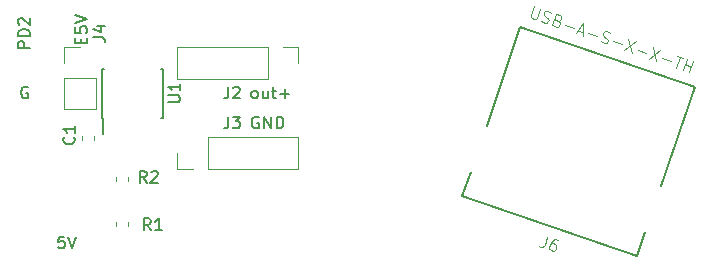
<source format=gto>
G04 #@! TF.GenerationSoftware,KiCad,Pcbnew,(5.0.0-rc2-178-g3c7b91b96)*
G04 #@! TF.CreationDate,2018-08-09T18:01:17+02:00*
G04 #@! TF.ProjectId,pcb3,706362332E6B696361645F7063620000,rev?*
G04 #@! TF.SameCoordinates,Original*
G04 #@! TF.FileFunction,Legend,Top*
G04 #@! TF.FilePolarity,Positive*
%FSLAX46Y46*%
G04 Gerber Fmt 4.6, Leading zero omitted, Abs format (unit mm)*
G04 Created by KiCad (PCBNEW (5.0.0-rc2-178-g3c7b91b96)) date 08/09/18 18:01:17*
%MOMM*%
%LPD*%
G01*
G04 APERTURE LIST*
%ADD10C,0.200000*%
%ADD11C,0.127000*%
%ADD12C,0.120000*%
%ADD13C,0.150000*%
%ADD14C,0.050000*%
G04 APERTURE END LIST*
D10*
X112450571Y-65635047D02*
X112450571Y-65301714D01*
X112974380Y-65158857D02*
X112974380Y-65635047D01*
X111974380Y-65635047D01*
X111974380Y-65158857D01*
X111974380Y-64254095D02*
X111974380Y-64730285D01*
X112450571Y-64777904D01*
X112402952Y-64730285D01*
X112355333Y-64635047D01*
X112355333Y-64396952D01*
X112402952Y-64301714D01*
X112450571Y-64254095D01*
X112545809Y-64206476D01*
X112783904Y-64206476D01*
X112879142Y-64254095D01*
X112926761Y-64301714D01*
X112974380Y-64396952D01*
X112974380Y-64635047D01*
X112926761Y-64730285D01*
X112879142Y-64777904D01*
X111974380Y-63920761D02*
X112974380Y-63587428D01*
X111974380Y-63254095D01*
X107957904Y-69350000D02*
X107862666Y-69302380D01*
X107719809Y-69302380D01*
X107576952Y-69350000D01*
X107481714Y-69445238D01*
X107434095Y-69540476D01*
X107386476Y-69730952D01*
X107386476Y-69873809D01*
X107434095Y-70064285D01*
X107481714Y-70159523D01*
X107576952Y-70254761D01*
X107719809Y-70302380D01*
X107815047Y-70302380D01*
X107957904Y-70254761D01*
X108005523Y-70207142D01*
X108005523Y-69873809D01*
X107815047Y-69873809D01*
X111061523Y-82002380D02*
X110585333Y-82002380D01*
X110537714Y-82478571D01*
X110585333Y-82430952D01*
X110680571Y-82383333D01*
X110918666Y-82383333D01*
X111013904Y-82430952D01*
X111061523Y-82478571D01*
X111109142Y-82573809D01*
X111109142Y-82811904D01*
X111061523Y-82907142D01*
X111013904Y-82954761D01*
X110918666Y-83002380D01*
X110680571Y-83002380D01*
X110585333Y-82954761D01*
X110537714Y-82907142D01*
X111394857Y-82002380D02*
X111728190Y-83002380D01*
X112061523Y-82002380D01*
X108148380Y-66008095D02*
X107148380Y-66008095D01*
X107148380Y-65627142D01*
X107196000Y-65531904D01*
X107243619Y-65484285D01*
X107338857Y-65436666D01*
X107481714Y-65436666D01*
X107576952Y-65484285D01*
X107624571Y-65531904D01*
X107672190Y-65627142D01*
X107672190Y-66008095D01*
X108148380Y-65008095D02*
X107148380Y-65008095D01*
X107148380Y-64770000D01*
X107196000Y-64627142D01*
X107291238Y-64531904D01*
X107386476Y-64484285D01*
X107576952Y-64436666D01*
X107719809Y-64436666D01*
X107910285Y-64484285D01*
X108005523Y-64531904D01*
X108100761Y-64627142D01*
X108148380Y-64770000D01*
X108148380Y-65008095D01*
X107243619Y-64055714D02*
X107196000Y-64008095D01*
X107148380Y-63912857D01*
X107148380Y-63674761D01*
X107196000Y-63579523D01*
X107243619Y-63531904D01*
X107338857Y-63484285D01*
X107434095Y-63484285D01*
X107576952Y-63531904D01*
X108148380Y-64103333D01*
X108148380Y-63484285D01*
X127095428Y-70302380D02*
X127000190Y-70254761D01*
X126952571Y-70207142D01*
X126904952Y-70111904D01*
X126904952Y-69826190D01*
X126952571Y-69730952D01*
X127000190Y-69683333D01*
X127095428Y-69635714D01*
X127238285Y-69635714D01*
X127333523Y-69683333D01*
X127381142Y-69730952D01*
X127428761Y-69826190D01*
X127428761Y-70111904D01*
X127381142Y-70207142D01*
X127333523Y-70254761D01*
X127238285Y-70302380D01*
X127095428Y-70302380D01*
X128285904Y-69635714D02*
X128285904Y-70302380D01*
X127857333Y-69635714D02*
X127857333Y-70159523D01*
X127904952Y-70254761D01*
X128000190Y-70302380D01*
X128143047Y-70302380D01*
X128238285Y-70254761D01*
X128285904Y-70207142D01*
X128619238Y-69635714D02*
X129000190Y-69635714D01*
X128762095Y-69302380D02*
X128762095Y-70159523D01*
X128809714Y-70254761D01*
X128904952Y-70302380D01*
X129000190Y-70302380D01*
X129333523Y-69921428D02*
X130095428Y-69921428D01*
X129714476Y-70302380D02*
X129714476Y-69540476D01*
X127508095Y-71890000D02*
X127412857Y-71842380D01*
X127270000Y-71842380D01*
X127127142Y-71890000D01*
X127031904Y-71985238D01*
X126984285Y-72080476D01*
X126936666Y-72270952D01*
X126936666Y-72413809D01*
X126984285Y-72604285D01*
X127031904Y-72699523D01*
X127127142Y-72794761D01*
X127270000Y-72842380D01*
X127365238Y-72842380D01*
X127508095Y-72794761D01*
X127555714Y-72747142D01*
X127555714Y-72413809D01*
X127365238Y-72413809D01*
X127984285Y-72842380D02*
X127984285Y-71842380D01*
X128555714Y-72842380D01*
X128555714Y-71842380D01*
X129031904Y-72842380D02*
X129031904Y-71842380D01*
X129270000Y-71842380D01*
X129412857Y-71890000D01*
X129508095Y-71985238D01*
X129555714Y-72080476D01*
X129603333Y-72270952D01*
X129603333Y-72413809D01*
X129555714Y-72604285D01*
X129508095Y-72699523D01*
X129412857Y-72794761D01*
X129270000Y-72842380D01*
X129031904Y-72842380D01*
D11*
G04 #@! TO.C,J6*
X160203887Y-81632153D02*
X159513682Y-83636652D01*
X164429761Y-69359320D02*
X161558250Y-77698795D01*
X149679671Y-64280458D02*
X164429761Y-69359320D01*
X146808159Y-72619931D02*
X149679671Y-64280458D01*
X144763592Y-78557788D02*
X145453796Y-76553289D01*
X159513682Y-83636652D02*
X144763592Y-78557788D01*
D12*
G04 #@! TO.C,C1*
X113540000Y-73488733D02*
X113540000Y-73831267D01*
X112520000Y-73488733D02*
X112520000Y-73831267D01*
G04 #@! TO.C,J4*
X111065000Y-71180000D02*
X113725000Y-71180000D01*
X111065000Y-68580000D02*
X111065000Y-71180000D01*
X113725000Y-68580000D02*
X113725000Y-71180000D01*
X111065000Y-68580000D02*
X113725000Y-68580000D01*
X111065000Y-67310000D02*
X111065000Y-65980000D01*
X111065000Y-65980000D02*
X112395000Y-65980000D01*
D13*
G04 #@! TO.C,U1*
X114265000Y-71925000D02*
X114315000Y-71925000D01*
X114265000Y-67775000D02*
X114410000Y-67775000D01*
X119415000Y-67775000D02*
X119270000Y-67775000D01*
X119415000Y-71925000D02*
X119270000Y-71925000D01*
X114265000Y-71925000D02*
X114265000Y-67775000D01*
X119415000Y-71925000D02*
X119415000Y-67775000D01*
X114315000Y-71925000D02*
X114315000Y-73325000D01*
D12*
G04 #@! TO.C,J2*
X120590000Y-65980000D02*
X120590000Y-68640000D01*
X128270000Y-65980000D02*
X120590000Y-65980000D01*
X128270000Y-68640000D02*
X120590000Y-68640000D01*
X128270000Y-65980000D02*
X128270000Y-68640000D01*
X129540000Y-65980000D02*
X130870000Y-65980000D01*
X130870000Y-65980000D02*
X130870000Y-67310000D01*
G04 #@! TO.C,J3*
X130870000Y-76260000D02*
X130870000Y-73600000D01*
X123190000Y-76260000D02*
X130870000Y-76260000D01*
X123190000Y-73600000D02*
X130870000Y-73600000D01*
X123190000Y-76260000D02*
X123190000Y-73600000D01*
X121920000Y-76260000D02*
X120590000Y-76260000D01*
X120590000Y-76260000D02*
X120590000Y-74930000D01*
G04 #@! TO.C,R2*
X116463230Y-77323126D02*
X116463230Y-76980592D01*
X115443230Y-77323126D02*
X115443230Y-76980592D01*
G04 #@! TO.C,R1*
X116463230Y-80790592D02*
X116463230Y-81133126D01*
X115443230Y-80790592D02*
X115443230Y-81133126D01*
G04 #@! TO.C,J6*
D14*
X151964411Y-81993517D02*
X151731092Y-82671123D01*
X151639255Y-82791089D01*
X151517798Y-82850328D01*
X151366723Y-82848838D01*
X151276375Y-82817728D01*
X152822712Y-82289053D02*
X152642017Y-82226835D01*
X152536115Y-82240900D01*
X152475386Y-82270519D01*
X152338375Y-82374931D01*
X152230983Y-82540071D01*
X152106547Y-82901461D01*
X152120611Y-83007363D01*
X152150231Y-83068091D01*
X152225024Y-83144374D01*
X152405718Y-83206593D01*
X152511620Y-83192528D01*
X152572349Y-83162909D01*
X152648632Y-83088116D01*
X152726404Y-82862247D01*
X152712340Y-82756345D01*
X152682721Y-82695617D01*
X152607928Y-82619334D01*
X152427233Y-82557116D01*
X152321331Y-82571180D01*
X152260603Y-82600800D01*
X152184320Y-82675592D01*
X150805965Y-62502790D02*
X150541695Y-63270284D01*
X150555751Y-63376123D01*
X150585353Y-63436815D01*
X150660101Y-63513052D01*
X150840688Y-63575233D01*
X150946527Y-63561177D01*
X151007219Y-63531575D01*
X151083456Y-63456827D01*
X151347725Y-62689333D01*
X151443140Y-63732175D02*
X151563035Y-63823957D01*
X151788769Y-63901684D01*
X151894608Y-63887627D01*
X151955300Y-63858026D01*
X152031537Y-63783278D01*
X152062627Y-63692984D01*
X152048571Y-63587146D01*
X152018970Y-63526454D01*
X151944221Y-63450216D01*
X151779180Y-63342889D01*
X151704432Y-63266651D01*
X151674830Y-63205959D01*
X151660774Y-63100121D01*
X151691865Y-63009827D01*
X151768102Y-62935079D01*
X151828794Y-62905478D01*
X151934632Y-62891422D01*
X152160366Y-62969148D01*
X152280261Y-63060930D01*
X152862701Y-63715975D02*
X152982596Y-63807757D01*
X153012197Y-63868449D01*
X153026253Y-63974288D01*
X152979618Y-64109728D01*
X152903380Y-64184476D01*
X152842688Y-64214078D01*
X152736850Y-64228134D01*
X152375676Y-64103772D01*
X152702127Y-63155691D01*
X153018154Y-63264508D01*
X153092902Y-63340745D01*
X153122503Y-63401437D01*
X153136559Y-63507276D01*
X153105469Y-63597569D01*
X153029232Y-63672317D01*
X152968540Y-63701919D01*
X152862701Y-63715975D01*
X152546674Y-63607158D01*
X153448119Y-64069049D02*
X154170466Y-64317773D01*
X154545696Y-64547974D02*
X154997163Y-64703426D01*
X154362131Y-64787763D02*
X155004609Y-63948499D01*
X154994185Y-65005397D01*
X155434574Y-64753040D02*
X156156922Y-65001764D01*
X156454425Y-65457699D02*
X156574320Y-65549481D01*
X156800054Y-65627207D01*
X156905892Y-65613151D01*
X156966584Y-65583550D01*
X157042822Y-65508801D01*
X157073912Y-65418508D01*
X157059856Y-65312669D01*
X157030255Y-65251977D01*
X156955506Y-65175740D01*
X156790465Y-65068412D01*
X156715717Y-64992175D01*
X156686115Y-64931483D01*
X156672059Y-64825645D01*
X156703150Y-64735351D01*
X156779387Y-64660603D01*
X156840079Y-64631002D01*
X156945917Y-64616945D01*
X157171651Y-64694672D01*
X157291546Y-64786454D01*
X157511323Y-65468122D02*
X158233670Y-65716846D01*
X158796933Y-65254301D02*
X159102536Y-66420016D01*
X159428986Y-65471935D02*
X158470482Y-66202382D01*
X159588072Y-66183204D02*
X160310419Y-66431928D01*
X160873681Y-65969383D02*
X161179285Y-67135097D01*
X161505735Y-66187017D02*
X160547231Y-66917464D01*
X161664821Y-66898286D02*
X162387168Y-67147010D01*
X162905283Y-66668920D02*
X163447044Y-66855463D01*
X162849713Y-67710272D02*
X163176164Y-66762191D01*
X163436620Y-67912360D02*
X163763071Y-66964279D01*
X163607618Y-67415747D02*
X164149379Y-67602290D01*
X163978381Y-68098904D02*
X164304831Y-67150823D01*
G04 #@! TO.C,C1*
D13*
X111863142Y-73572666D02*
X111910761Y-73620285D01*
X111958380Y-73763142D01*
X111958380Y-73858380D01*
X111910761Y-74001238D01*
X111815523Y-74096476D01*
X111720285Y-74144095D01*
X111529809Y-74191714D01*
X111386952Y-74191714D01*
X111196476Y-74144095D01*
X111101238Y-74096476D01*
X111006000Y-74001238D01*
X110958380Y-73858380D01*
X110958380Y-73763142D01*
X111006000Y-73620285D01*
X111053619Y-73572666D01*
X111958380Y-72620285D02*
X111958380Y-73191714D01*
X111958380Y-72906000D02*
X110958380Y-72906000D01*
X111101238Y-73001238D01*
X111196476Y-73096476D01*
X111244095Y-73191714D01*
G04 #@! TO.C,J4*
X113498380Y-65103333D02*
X114212666Y-65103333D01*
X114355523Y-65150952D01*
X114450761Y-65246190D01*
X114498380Y-65389047D01*
X114498380Y-65484285D01*
X113831714Y-64198571D02*
X114498380Y-64198571D01*
X113450761Y-64436666D02*
X114165047Y-64674761D01*
X114165047Y-64055714D01*
G04 #@! TO.C,U1*
X119848380Y-70611904D02*
X120657904Y-70611904D01*
X120753142Y-70564285D01*
X120800761Y-70516666D01*
X120848380Y-70421428D01*
X120848380Y-70230952D01*
X120800761Y-70135714D01*
X120753142Y-70088095D01*
X120657904Y-70040476D01*
X119848380Y-70040476D01*
X120848380Y-69040476D02*
X120848380Y-69611904D01*
X120848380Y-69326190D02*
X119848380Y-69326190D01*
X119991238Y-69421428D01*
X120086476Y-69516666D01*
X120134095Y-69611904D01*
G04 #@! TO.C,J2*
X124936666Y-69302380D02*
X124936666Y-70016666D01*
X124889047Y-70159523D01*
X124793809Y-70254761D01*
X124650952Y-70302380D01*
X124555714Y-70302380D01*
X125365238Y-69397619D02*
X125412857Y-69350000D01*
X125508095Y-69302380D01*
X125746190Y-69302380D01*
X125841428Y-69350000D01*
X125889047Y-69397619D01*
X125936666Y-69492857D01*
X125936666Y-69588095D01*
X125889047Y-69730952D01*
X125317619Y-70302380D01*
X125936666Y-70302380D01*
G04 #@! TO.C,J3*
X124936666Y-71842380D02*
X124936666Y-72556666D01*
X124889047Y-72699523D01*
X124793809Y-72794761D01*
X124650952Y-72842380D01*
X124555714Y-72842380D01*
X125317619Y-71842380D02*
X125936666Y-71842380D01*
X125603333Y-72223333D01*
X125746190Y-72223333D01*
X125841428Y-72270952D01*
X125889047Y-72318571D01*
X125936666Y-72413809D01*
X125936666Y-72651904D01*
X125889047Y-72747142D01*
X125841428Y-72794761D01*
X125746190Y-72842380D01*
X125460476Y-72842380D01*
X125365238Y-72794761D01*
X125317619Y-72747142D01*
G04 #@! TO.C,R2*
X118016563Y-77452380D02*
X117683230Y-76976190D01*
X117445134Y-77452380D02*
X117445134Y-76452380D01*
X117826087Y-76452380D01*
X117921325Y-76500000D01*
X117968944Y-76547619D01*
X118016563Y-76642857D01*
X118016563Y-76785714D01*
X117968944Y-76880952D01*
X117921325Y-76928571D01*
X117826087Y-76976190D01*
X117445134Y-76976190D01*
X118397515Y-76547619D02*
X118445134Y-76500000D01*
X118540372Y-76452380D01*
X118778468Y-76452380D01*
X118873706Y-76500000D01*
X118921325Y-76547619D01*
X118968944Y-76642857D01*
X118968944Y-76738095D01*
X118921325Y-76880952D01*
X118349896Y-77452380D01*
X118968944Y-77452380D01*
G04 #@! TO.C,R1*
X118373333Y-81452380D02*
X118040000Y-80976190D01*
X117801904Y-81452380D02*
X117801904Y-80452380D01*
X118182857Y-80452380D01*
X118278095Y-80500000D01*
X118325714Y-80547619D01*
X118373333Y-80642857D01*
X118373333Y-80785714D01*
X118325714Y-80880952D01*
X118278095Y-80928571D01*
X118182857Y-80976190D01*
X117801904Y-80976190D01*
X119325714Y-81452380D02*
X118754285Y-81452380D01*
X119040000Y-81452380D02*
X119040000Y-80452380D01*
X118944761Y-80595238D01*
X118849523Y-80690476D01*
X118754285Y-80738095D01*
G04 #@! TD*
M02*

</source>
